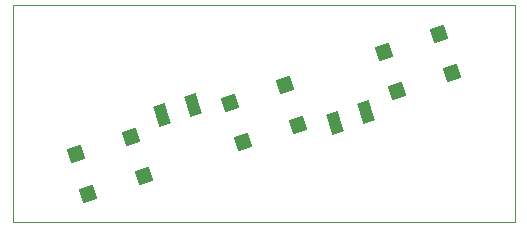
<source format=gtp>
%FSLAX25Y25*%
%MOIN*%
G70*
G01*
G75*
G04 Layer_Color=8421504*
%ADD10P,0.08352X4X243.0*%
G04:AMPARAMS|DCode=11|XSize=80mil|YSize=50mil|CornerRadius=0mil|HoleSize=0mil|Usage=FLASHONLY|Rotation=288.000|XOffset=0mil|YOffset=0mil|HoleType=Round|Shape=Rectangle|*
%AMROTATEDRECTD11*
4,1,4,-0.03614,0.03032,0.01142,0.04577,0.03614,-0.03032,-0.01142,-0.04577,-0.03614,0.03032,0.0*
%
%ADD11ROTATEDRECTD11*%

%ADD12C,0.02500*%
%ADD13C,0.05000*%
%ADD14C,0.00100*%
%ADD15C,0.16500*%
%ADD16C,0.04000*%
%ADD17R,0.17716X0.12205*%
%ADD18C,0.01000*%
%ADD19P,0.06937X4X243.0*%
G04:AMPARAMS|DCode=20|XSize=70mil|YSize=40mil|CornerRadius=0mil|HoleSize=0mil|Usage=FLASHONLY|Rotation=288.000|XOffset=0mil|YOffset=0mil|HoleType=Round|Shape=Rectangle|*
%AMROTATEDRECTD20*
4,1,4,-0.02984,0.02711,0.00821,0.03947,0.02984,-0.02711,-0.00821,-0.03947,-0.02984,0.02711,0.0*
%
%ADD20ROTATEDRECTD20*%

D14*
X300000Y400000D02*
Y472400D01*
X467300D01*
Y400000D02*
Y472400D01*
X300000Y400000D02*
X467300D01*
D19*
X442044Y462833D02*
D03*
X446303Y449728D02*
D03*
X423697Y456872D02*
D03*
X427955Y443767D02*
D03*
X390744Y445733D02*
D03*
X395003Y432628D02*
D03*
X372397Y439772D02*
D03*
X376656Y426667D02*
D03*
X339345Y428633D02*
D03*
X343603Y415528D02*
D03*
X320997Y422672D02*
D03*
X325255Y409567D02*
D03*
D20*
X407269Y433300D02*
D03*
X417731Y436700D02*
D03*
X349769Y435800D02*
D03*
X360231Y439200D02*
D03*
M02*

</source>
